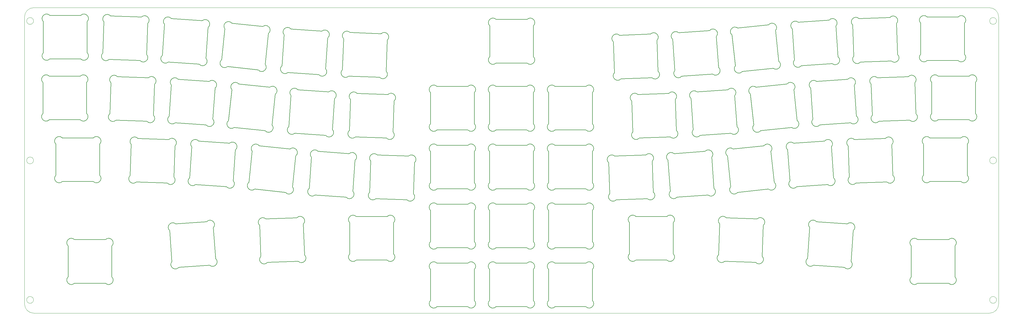
<source format=gbr>
G04 #@! TF.GenerationSoftware,KiCad,Pcbnew,7.0.9*
G04 #@! TF.CreationDate,2024-02-06T22:06:34+09:00*
G04 #@! TF.ProjectId,tijuana,74696a75-616e-4612-9e6b-696361645f70,rev?*
G04 #@! TF.SameCoordinates,Original*
G04 #@! TF.FileFunction,Profile,NP*
%FSLAX46Y46*%
G04 Gerber Fmt 4.6, Leading zero omitted, Abs format (unit mm)*
G04 Created by KiCad (PCBNEW 7.0.9) date 2024-02-06 22:06:34*
%MOMM*%
%LPD*%
G01*
G04 APERTURE LIST*
G04 #@! TA.AperFunction,Profile*
%ADD10C,0.100000*%
G04 #@! TD*
G04 #@! TA.AperFunction,Profile*
%ADD11C,0.010000*%
G04 #@! TD*
G04 #@! TA.AperFunction,Profile*
%ADD12C,0.150000*%
G04 #@! TD*
G04 APERTURE END LIST*
D10*
X328625000Y-20250000D02*
G75*
G03*
X325625000Y-17250000I-3000000J0D01*
G01*
X17275000Y-17250000D02*
G75*
G03*
X14275000Y-20250000I0J-3000000D01*
G01*
X14275000Y-113050000D02*
G75*
G03*
X17275000Y-116050000I3000000J0D01*
G01*
X325625000Y-17250000D02*
X17275000Y-17250000D01*
X328625000Y-113050000D02*
X328625000Y-20250000D01*
X17275000Y-116050000D02*
X325625000Y-116050000D01*
X14275000Y-20250000D02*
X14275000Y-113050000D01*
X325625000Y-116050000D02*
G75*
G03*
X328625000Y-113050000I0J3000000D01*
G01*
D11*
X17175000Y-21550000D02*
G75*
G03*
X17175000Y-21550000I-1100000J0D01*
G01*
X17175000Y-66650000D02*
G75*
G03*
X17175000Y-66650000I-1100000J0D01*
G01*
X17175000Y-111750000D02*
G75*
G03*
X17175000Y-111750000I-1100000J0D01*
G01*
X327925000Y-21550000D02*
G75*
G03*
X327925000Y-21550000I-1100000J0D01*
G01*
X327925000Y-66650000D02*
G75*
G03*
X327925000Y-66650000I-1100000J0D01*
G01*
X327925000Y-111750000D02*
G75*
G03*
X327925000Y-111750000I-1100000J0D01*
G01*
D12*
X28350000Y-104300000D02*
X28350000Y-94300000D01*
X30400000Y-92250000D02*
X40400000Y-92250000D01*
X40400000Y-106350000D02*
X30400000Y-106350000D01*
X42450000Y-94300000D02*
X42450000Y-104300000D01*
X30399999Y-92250001D02*
G75*
G03*
X28350001Y-94299999I-1024998J-1025000D01*
G01*
X28349998Y-104300001D02*
G75*
G03*
X30399997Y-106350000I1025001J-1024998D01*
G01*
X42450001Y-94299997D02*
G75*
G03*
X40400003Y-92249999I-1025001J1024997D01*
G01*
X40400003Y-106350001D02*
G75*
G03*
X42450001Y-104300003I1024997J1025001D01*
G01*
X164355943Y-111907157D02*
X164355943Y-101907157D01*
X166405943Y-99857157D02*
X176405943Y-99857157D01*
X176405943Y-113957157D02*
X166405943Y-113957157D01*
X178455943Y-101907157D02*
X178455943Y-111907157D01*
X166405942Y-99857158D02*
G75*
G03*
X164355944Y-101907156I-1024998J-1025000D01*
G01*
X164355941Y-111907158D02*
G75*
G03*
X166405940Y-113957157I1025001J-1024998D01*
G01*
X178455944Y-101907154D02*
G75*
G03*
X176405946Y-99857156I-1025001J1024997D01*
G01*
X176405946Y-113957158D02*
G75*
G03*
X178455944Y-111907160I1024997J1025001D01*
G01*
X58764526Y-32636415D02*
X59462091Y-22660775D01*
X61650098Y-20758769D02*
X71625738Y-21456334D01*
X70642172Y-35521987D02*
X60666532Y-34824422D01*
X73527744Y-23644341D02*
X72830179Y-33619981D01*
X61650097Y-20758770D02*
G75*
G03*
X59462092Y-22660775I-1094002J-951003D01*
G01*
X58764524Y-32636416D02*
G75*
G03*
X60666529Y-34824422I951004J-1094002D01*
G01*
X73527745Y-23644337D02*
G75*
G03*
X71625741Y-21456333I-951004J1094000D01*
G01*
X70642176Y-35521988D02*
G75*
G03*
X72830180Y-33619984I1094000J951004D01*
G01*
X106167220Y-75624418D02*
X106864785Y-65648778D01*
X109052792Y-63746772D02*
X119028432Y-64444337D01*
X118044866Y-78509990D02*
X108069226Y-77812425D01*
X120930438Y-66632344D02*
X120232873Y-76607984D01*
X109052791Y-63746773D02*
G75*
G03*
X106864786Y-65648778I-1094002J-951003D01*
G01*
X106167218Y-75624419D02*
G75*
G03*
X108069223Y-77812425I951004J-1094002D01*
G01*
X120930439Y-66632340D02*
G75*
G03*
X119028435Y-64444336I-951004J1094000D01*
G01*
X118044870Y-78509991D02*
G75*
G03*
X120232874Y-76607987I1094000J951004D01*
G01*
X287847603Y-52024288D02*
X287498608Y-42030379D01*
X289475815Y-39910084D02*
X299469724Y-39561089D01*
X299961807Y-53652500D02*
X289967898Y-54001495D01*
X301590019Y-41538296D02*
X301939014Y-51532205D01*
X289475814Y-39910085D02*
G75*
G03*
X287498608Y-42030378I-988601J-1060148D01*
G01*
X287847602Y-52024290D02*
G75*
G03*
X289967894Y-54001494I1060148J-988600D01*
G01*
X301590020Y-41538293D02*
G75*
G03*
X299469727Y-39561088I-1060149J988600D01*
G01*
X299961810Y-53652501D02*
G75*
G03*
X301939015Y-51532208I988600J1060149D01*
G01*
X20369885Y-31785378D02*
X20369885Y-21785378D01*
X22419885Y-19735378D02*
X32419885Y-19735378D01*
X32419885Y-33835378D02*
X22419885Y-33835378D01*
X34469885Y-21785378D02*
X34469885Y-31785378D01*
X22419884Y-19735379D02*
G75*
G03*
X20369886Y-21785377I-1024998J-1025000D01*
G01*
X20369883Y-31785379D02*
G75*
G03*
X22419882Y-33835378I1025001J-1024998D01*
G01*
X34469886Y-21785375D02*
G75*
G03*
X32419888Y-19735377I-1025001J1024997D01*
G01*
X32419888Y-33835379D02*
G75*
G03*
X34469886Y-31785381I1024997J1025001D01*
G01*
X230093174Y-56650895D02*
X229395609Y-46675255D01*
X231297615Y-44487248D02*
X241273255Y-43789683D01*
X242256821Y-57855336D02*
X232281181Y-58552901D01*
X243461262Y-45691689D02*
X244158827Y-55667329D01*
X231297615Y-44487248D02*
G75*
G03*
X229395609Y-46675255I-951002J-1094004D01*
G01*
X230093172Y-56650897D02*
G75*
G03*
X232281178Y-58552901I1094004J-951000D01*
G01*
X243461263Y-45691685D02*
G75*
G03*
X241273259Y-43789683I-1094004J950999D01*
G01*
X242256825Y-57855337D02*
G75*
G03*
X244158827Y-55667333I950999J1094004D01*
G01*
X99588190Y-55667329D02*
X100285755Y-45691689D01*
X102473762Y-43789683D02*
X112449402Y-44487248D01*
X111465836Y-58552901D02*
X101490196Y-57855336D01*
X114351408Y-46675255D02*
X113653843Y-56650895D01*
X102473761Y-43789684D02*
G75*
G03*
X100285756Y-45691689I-1094002J-951003D01*
G01*
X99588188Y-55667330D02*
G75*
G03*
X101490193Y-57855336I951004J-1094002D01*
G01*
X114351409Y-46675251D02*
G75*
G03*
X112449405Y-44487247I-951004J1094000D01*
G01*
X111465840Y-58552902D02*
G75*
G03*
X113653844Y-56650898I1094000J951004D01*
G01*
X266945477Y-98323961D02*
X267643042Y-88348321D01*
X269831049Y-86446315D02*
X279806689Y-87143880D01*
X278823123Y-101209533D02*
X268847483Y-100511968D01*
X281708695Y-89331887D02*
X281011130Y-99307527D01*
X269831048Y-86446314D02*
G75*
G03*
X267643043Y-88348319I-1094002J-951003D01*
G01*
X266945477Y-98323963D02*
G75*
G03*
X268847482Y-100511968I951003J-1094002D01*
G01*
X281708695Y-89331885D02*
G75*
G03*
X279806690Y-87143880I-951003J1094002D01*
G01*
X278823125Y-101209533D02*
G75*
G03*
X281011130Y-99307528I1094002J951003D01*
G01*
X61855542Y-99337527D02*
X61157977Y-89361887D01*
X63059983Y-87173880D02*
X73035623Y-86476315D01*
X74019189Y-100541968D02*
X64043549Y-101239533D01*
X75223630Y-88378321D02*
X75921195Y-98353961D01*
X63059983Y-87173877D02*
G75*
G03*
X61157977Y-89361885I-951002J-1094005D01*
G01*
X61855541Y-99337528D02*
G75*
G03*
X64043548Y-101239534I1094004J-951002D01*
G01*
X75223631Y-88378320D02*
G75*
G03*
X73035624Y-86476314I-1094004J951002D01*
G01*
X74019190Y-100541969D02*
G75*
G03*
X75921196Y-98353962I951002J1094004D01*
G01*
X307042285Y-51440000D02*
X307042285Y-41440000D01*
X309092285Y-39390000D02*
X319092285Y-39390000D01*
X319092285Y-53490000D02*
X309092285Y-53490000D01*
X321142285Y-41440000D02*
X321142285Y-51440000D01*
X309092284Y-39390001D02*
G75*
G03*
X307042286Y-41439999I-1024998J-1025000D01*
G01*
X307042283Y-51440001D02*
G75*
G03*
X309092282Y-53490000I1025001J-1024998D01*
G01*
X321142286Y-41439997D02*
G75*
G03*
X319092288Y-39389999I-1025001J1024997D01*
G01*
X319092288Y-53490001D02*
G75*
G03*
X321142286Y-51440003I1024997J1025001D01*
G01*
X164355943Y-54757157D02*
X164355943Y-44757157D01*
X166405943Y-42707157D02*
X176405943Y-42707157D01*
X176405943Y-56807157D02*
X166405943Y-56807157D01*
X178455943Y-44757157D02*
X178455943Y-54757157D01*
X166405942Y-42707158D02*
G75*
G03*
X164355944Y-44757156I-1024998J-1025000D01*
G01*
X164355941Y-54757158D02*
G75*
G03*
X166405940Y-56807157I1025001J-1024998D01*
G01*
X178455944Y-44757154D02*
G75*
G03*
X176405946Y-42707156I-1025001J1024997D01*
G01*
X176405946Y-56807158D02*
G75*
G03*
X178455944Y-54757160I1024997J1025001D01*
G01*
X48378626Y-71499294D02*
X48727621Y-61505385D01*
X50847916Y-59528178D02*
X60841825Y-59877173D01*
X60349742Y-73968584D02*
X50355833Y-73619589D01*
X62819032Y-61997468D02*
X62470037Y-71991377D01*
X50847915Y-59528178D02*
G75*
G03*
X48727622Y-61505384I-1060145J-988605D01*
G01*
X48378624Y-71499295D02*
G75*
G03*
X50355830Y-73619589I988605J-1060145D01*
G01*
X62819033Y-61997465D02*
G75*
G03*
X60841828Y-59877172I-988605J1060144D01*
G01*
X60349745Y-73968585D02*
G75*
G03*
X62470038Y-71991380I1060144J988605D01*
G01*
X41799596Y-51532205D02*
X42148591Y-41538296D01*
X44268886Y-39561089D02*
X54262795Y-39910084D01*
X53770712Y-54001495D02*
X43776803Y-53652500D01*
X56240002Y-42030379D02*
X55891007Y-52024288D01*
X44268885Y-39561089D02*
G75*
G03*
X42148592Y-41538295I-1060145J-988605D01*
G01*
X41799594Y-51532206D02*
G75*
G03*
X43776800Y-53652500I988605J-1060145D01*
G01*
X56240003Y-42030376D02*
G75*
G03*
X54262798Y-39910083I-988605J1060144D01*
G01*
X53770715Y-54001496D02*
G75*
G03*
X55891008Y-52024291I1060144J988605D01*
G01*
X119249586Y-96835330D02*
X119249586Y-86835330D01*
X121299586Y-84785330D02*
X131299586Y-84785330D01*
X131299586Y-98885330D02*
X121299586Y-98885330D01*
X133349586Y-86835330D02*
X133349586Y-96835330D01*
X121299585Y-84785329D02*
G75*
G03*
X119249587Y-86835327I-1024998J-1025000D01*
G01*
X119249586Y-96835332D02*
G75*
G03*
X121299584Y-98885330I1025000J-1024998D01*
G01*
X133349586Y-86835328D02*
G75*
G03*
X131299588Y-84785330I-1025000J1024998D01*
G01*
X131299588Y-98885330D02*
G75*
G03*
X133349586Y-96835332I1024998J1025000D01*
G01*
X77912113Y-34066062D02*
X78957398Y-24120843D01*
X81210451Y-22296356D02*
X91155670Y-23341641D01*
X89681819Y-37364400D02*
X79736600Y-36319115D01*
X92980157Y-25594694D02*
X91934872Y-35539913D01*
X81210450Y-22296357D02*
G75*
G03*
X78957398Y-24120843I-1126525J-912244D01*
G01*
X77912111Y-34066063D02*
G75*
G03*
X79736597Y-36319115I912245J-1126524D01*
G01*
X92980158Y-25594691D02*
G75*
G03*
X91155674Y-23341641I-912245J1126523D01*
G01*
X89681822Y-37364401D02*
G75*
G03*
X91934872Y-35539917I1126523J912245D01*
G01*
X204632772Y-38283374D02*
X204283777Y-28289465D01*
X206260984Y-26169170D02*
X216254893Y-25820175D01*
X216746976Y-39911586D02*
X206753067Y-40260581D01*
X218375188Y-27797382D02*
X218724183Y-37791291D01*
X206260983Y-26169171D02*
G75*
G03*
X204283777Y-28289464I-988601J-1060148D01*
G01*
X204632771Y-38283376D02*
G75*
G03*
X206753063Y-40260580I1060148J-988600D01*
G01*
X218375189Y-27797379D02*
G75*
G03*
X216254896Y-25820174I-1060149J988600D01*
G01*
X216746979Y-39911587D02*
G75*
G03*
X218724184Y-37791294I988600J1060149D01*
G01*
X119099562Y-56932205D02*
X119448557Y-46938296D01*
X121568852Y-44961089D02*
X131562761Y-45310084D01*
X131070678Y-59401495D02*
X121076769Y-59052500D01*
X133539968Y-47430379D02*
X133190973Y-57424288D01*
X121568851Y-44961089D02*
G75*
G03*
X119448558Y-46938295I-1060145J-988605D01*
G01*
X119099560Y-56932206D02*
G75*
G03*
X121076766Y-59052500I988605J-1060145D01*
G01*
X133539969Y-47430376D02*
G75*
G03*
X131562764Y-45310083I-988605J1060144D01*
G01*
X131070681Y-59401496D02*
G75*
G03*
X133190974Y-57424291I1060144J988605D01*
G01*
X164355943Y-92857157D02*
X164355943Y-82857157D01*
X166405943Y-80807157D02*
X176405943Y-80807157D01*
X176405943Y-94907157D02*
X166405943Y-94907157D01*
X178455943Y-82857157D02*
X178455943Y-92857157D01*
X166405942Y-80807158D02*
G75*
G03*
X164355944Y-82857156I-1024998J-1025000D01*
G01*
X164355941Y-92857158D02*
G75*
G03*
X166405940Y-94907157I1025001J-1024998D01*
G01*
X178455944Y-82857154D02*
G75*
G03*
X176405946Y-80807156I-1025001J1024997D01*
G01*
X176405946Y-94907158D02*
G75*
G03*
X178455944Y-92857160I1024997J1025001D01*
G01*
X222654743Y-76607984D02*
X221957178Y-66632344D01*
X223859184Y-64444337D02*
X233834824Y-63746772D01*
X234818390Y-77812425D02*
X224842750Y-78509990D01*
X236022831Y-65648778D02*
X236720396Y-75624418D01*
X223859184Y-64444337D02*
G75*
G03*
X221957178Y-66632344I-951002J-1094004D01*
G01*
X222654741Y-76607986D02*
G75*
G03*
X224842747Y-78509990I1094004J-951000D01*
G01*
X236022832Y-65648774D02*
G75*
G03*
X233834828Y-63746772I-1094004J950999D01*
G01*
X234818394Y-77812426D02*
G75*
G03*
X236720396Y-75624422I950999J1094004D01*
G01*
X203117579Y-77384315D02*
X202768584Y-67390406D01*
X204745791Y-65270111D02*
X214739700Y-64921116D01*
X215231783Y-79012527D02*
X205237874Y-79361522D01*
X216859995Y-66898323D02*
X217208990Y-76892232D01*
X204745790Y-65270112D02*
G75*
G03*
X202768584Y-67390405I-988601J-1060148D01*
G01*
X203117578Y-77384317D02*
G75*
G03*
X205237870Y-79361521I1060148J-988600D01*
G01*
X216859996Y-66898320D02*
G75*
G03*
X214739703Y-64921115I-1060149J988600D01*
G01*
X215231786Y-79012528D02*
G75*
G03*
X217208991Y-76892235I988600J1060149D01*
G01*
X125678626Y-76892232D02*
X126027621Y-66898323D01*
X128147916Y-64921116D02*
X138141825Y-65270111D01*
X137649742Y-79361522D02*
X127655833Y-79012527D01*
X140119032Y-67390406D02*
X139770037Y-77384315D01*
X128147915Y-64921116D02*
G75*
G03*
X126027622Y-66898322I-1060145J-988605D01*
G01*
X125678624Y-76892233D02*
G75*
G03*
X127655830Y-79012527I988605J-1060145D01*
G01*
X140119033Y-67390403D02*
G75*
G03*
X138141828Y-65270110I-988605J1060144D01*
G01*
X137649745Y-79361523D02*
G75*
G03*
X139770038Y-77384318I1060144J988605D01*
G01*
X183405943Y-54757157D02*
X183405943Y-44757157D01*
X185455943Y-42707157D02*
X195455943Y-42707157D01*
X195455943Y-56807157D02*
X185455943Y-56807157D01*
X197505943Y-44757157D02*
X197505943Y-54757157D01*
X185455942Y-42707158D02*
G75*
G03*
X183405944Y-44757156I-1024998J-1025000D01*
G01*
X183405941Y-54757158D02*
G75*
G03*
X185455940Y-56807157I1025001J-1024998D01*
G01*
X197505944Y-44757154D02*
G75*
G03*
X195455946Y-42707156I-1025001J1024997D01*
G01*
X195455946Y-56807158D02*
G75*
G03*
X197505944Y-54757160I1024997J1025001D01*
G01*
X249585822Y-55190827D02*
X248540537Y-45245608D01*
X250365024Y-42992555D02*
X260310243Y-41947270D01*
X261784094Y-55970029D02*
X251838875Y-57015314D01*
X262563296Y-43771757D02*
X263608581Y-53716976D01*
X250365024Y-42992555D02*
G75*
G03*
X248540537Y-45245608I-912242J-1126527D01*
G01*
X249585820Y-55190828D02*
G75*
G03*
X251838872Y-57015314I1126527J-912242D01*
G01*
X262563296Y-43771754D02*
G75*
G03*
X260310246Y-41947269I-1126527J912240D01*
G01*
X261784097Y-55970029D02*
G75*
G03*
X263608582Y-53716979I912240J1126527D01*
G01*
X268691336Y-53280895D02*
X267993771Y-43305255D01*
X269895777Y-41117248D02*
X279871417Y-40419683D01*
X280854983Y-54485336D02*
X270879343Y-55182901D01*
X282059424Y-42321689D02*
X282756989Y-52297329D01*
X269895777Y-41117248D02*
G75*
G03*
X267993771Y-43305255I-951002J-1094004D01*
G01*
X268691334Y-53280897D02*
G75*
G03*
X270879340Y-55182901I1094004J-951000D01*
G01*
X282059425Y-42321685D02*
G75*
G03*
X279871421Y-40419683I-1094004J950999D01*
G01*
X280854987Y-54485337D02*
G75*
G03*
X282756989Y-52297333I950999J1094004D01*
G01*
X145305943Y-54757157D02*
X145305943Y-44757157D01*
X147355943Y-42707157D02*
X157355943Y-42707157D01*
X157355943Y-56807157D02*
X147355943Y-56807157D01*
X159405943Y-44757157D02*
X159405943Y-54757157D01*
X147355942Y-42707158D02*
G75*
G03*
X145305944Y-44757156I-1024998J-1025000D01*
G01*
X145305941Y-54757158D02*
G75*
G03*
X147355940Y-56807157I1025001J-1024998D01*
G01*
X159405944Y-44757154D02*
G75*
G03*
X157355946Y-42707156I-1025001J1024997D01*
G01*
X157355946Y-56807158D02*
G75*
G03*
X159405944Y-54757160I1024997J1025001D01*
G01*
X280432579Y-71991377D02*
X280083584Y-61997468D01*
X282060791Y-59877173D02*
X292054700Y-59528178D01*
X292546783Y-73619589D02*
X282552874Y-73968584D01*
X294174995Y-61505385D02*
X294523990Y-71499294D01*
X282060790Y-59877174D02*
G75*
G03*
X280083584Y-61997467I-988601J-1060148D01*
G01*
X280432578Y-71991379D02*
G75*
G03*
X282552870Y-73968583I1060148J-988600D01*
G01*
X294174996Y-61505382D02*
G75*
G03*
X292054703Y-59528177I-1060149J988600D01*
G01*
X292546786Y-73619590D02*
G75*
G03*
X294523991Y-71499297I988600J1060149D01*
G01*
X67567220Y-72254418D02*
X68264785Y-62278778D01*
X70452792Y-60376772D02*
X80428432Y-61074337D01*
X79444866Y-75139990D02*
X69469226Y-74442425D01*
X82330438Y-63262344D02*
X81632873Y-73237984D01*
X70452791Y-60376773D02*
G75*
G03*
X68264786Y-62278778I-1094002J-951003D01*
G01*
X67567218Y-72254419D02*
G75*
G03*
X69469223Y-74442425I951004J-1094002D01*
G01*
X82330439Y-63262340D02*
G75*
G03*
X80428435Y-61074336I-951004J1094000D01*
G01*
X79444870Y-75139991D02*
G75*
G03*
X81632874Y-73237987I1094000J951004D01*
G01*
X183405943Y-73807157D02*
X183405943Y-63807157D01*
X185455943Y-61757157D02*
X195455943Y-61757157D01*
X195455943Y-75857157D02*
X185455943Y-75857157D01*
X197505943Y-63807157D02*
X197505943Y-73807157D01*
X185455942Y-61757158D02*
G75*
G03*
X183405944Y-63807156I-1024998J-1025000D01*
G01*
X183405941Y-73807158D02*
G75*
G03*
X185455940Y-75857157I1025001J-1024998D01*
G01*
X197505944Y-63807154D02*
G75*
G03*
X195455946Y-61757156I-1025001J1024997D01*
G01*
X195455946Y-75857158D02*
G75*
G03*
X197505944Y-73807160I1024997J1025001D01*
G01*
X243649268Y-36049913D02*
X242603983Y-26104694D01*
X244428470Y-23851641D02*
X254373689Y-22806356D01*
X255847540Y-36829115D02*
X245902321Y-37874400D01*
X256626742Y-24630843D02*
X257672027Y-34576062D01*
X244428470Y-23851641D02*
G75*
G03*
X242603983Y-26104694I-912242J-1126527D01*
G01*
X243649266Y-36049914D02*
G75*
G03*
X245902318Y-37874400I1126527J-912242D01*
G01*
X256626742Y-24630840D02*
G75*
G03*
X254373692Y-22806355I-1126527J912240D01*
G01*
X255847543Y-36829115D02*
G75*
G03*
X257672028Y-34576065I912240J1126527D01*
G01*
X304387943Y-71408381D02*
X304387943Y-61408381D01*
X306437943Y-59358381D02*
X316437943Y-59358381D01*
X316437943Y-73458381D02*
X306437943Y-73458381D01*
X318487943Y-61408381D02*
X318487943Y-71408381D01*
X306437942Y-59358380D02*
G75*
G03*
X304387944Y-61408378I-1024998J-1025000D01*
G01*
X304387943Y-71408383D02*
G75*
G03*
X306437941Y-73458381I1025000J-1024998D01*
G01*
X318487943Y-61408379D02*
G75*
G03*
X316437945Y-59358381I-1025000J1024998D01*
G01*
X316437945Y-73458381D02*
G75*
G03*
X318487943Y-71408383I1024998J1025000D01*
G01*
X116885932Y-37281291D02*
X117234927Y-27287382D01*
X119355222Y-25310175D02*
X129349131Y-25659170D01*
X128857048Y-39750581D02*
X118863139Y-39401586D01*
X131326338Y-27779465D02*
X130977343Y-37773374D01*
X119355221Y-25310175D02*
G75*
G03*
X117234928Y-27287381I-1060145J-988605D01*
G01*
X116885930Y-37281292D02*
G75*
G03*
X118863136Y-39401586I988605J-1060145D01*
G01*
X131326339Y-27779462D02*
G75*
G03*
X129349134Y-25659169I-988605J1060144D01*
G01*
X128857051Y-39750582D02*
G75*
G03*
X130977344Y-37773377I1060144J988605D01*
G01*
X20215943Y-51451292D02*
X20215943Y-41451292D01*
X22265943Y-39401292D02*
X32265943Y-39401292D01*
X32265943Y-53501292D02*
X22265943Y-53501292D01*
X34315943Y-41451292D02*
X34315943Y-51451292D01*
X22265942Y-39401291D02*
G75*
G03*
X20215944Y-41451289I-1024998J-1025000D01*
G01*
X20215943Y-51451294D02*
G75*
G03*
X22265941Y-53501292I1025000J-1024998D01*
G01*
X34315943Y-41451290D02*
G75*
G03*
X32265945Y-39401292I-1025000J1024998D01*
G01*
X32265945Y-53501292D02*
G75*
G03*
X34315943Y-51451294I1024998J1025000D01*
G01*
X90528378Y-97670920D02*
X90179383Y-87677011D01*
X92156590Y-85556716D02*
X102150499Y-85207721D01*
X102642582Y-99299132D02*
X92648673Y-99648127D01*
X104270794Y-87184928D02*
X104619789Y-97178837D01*
X92156589Y-85556715D02*
G75*
G03*
X90179383Y-87677008I-988601J-1060148D01*
G01*
X90528378Y-97670922D02*
G75*
G03*
X92648671Y-99648128I1060148J-988601D01*
G01*
X104270794Y-87184926D02*
G75*
G03*
X102150501Y-85207720I-1060148J988601D01*
G01*
X102642584Y-99299132D02*
G75*
G03*
X104619790Y-97178839I988601J1060148D01*
G01*
X80135777Y-53716976D02*
X81181062Y-43771757D01*
X83434115Y-41947270D02*
X93379334Y-42992555D01*
X91905483Y-57015314D02*
X81960264Y-55970029D01*
X95203821Y-45245608D02*
X94158536Y-55190827D01*
X83434114Y-41947271D02*
G75*
G03*
X81181062Y-43771757I-1126525J-912244D01*
G01*
X80135775Y-53716977D02*
G75*
G03*
X81960261Y-55970029I912245J-1126524D01*
G01*
X95203822Y-45245605D02*
G75*
G03*
X93379338Y-42992555I-912245J1126523D01*
G01*
X91905486Y-57015315D02*
G75*
G03*
X94158536Y-55190831I1126523J912245D01*
G01*
X86714807Y-73674065D02*
X87760092Y-63728846D01*
X90013145Y-61904359D02*
X99958364Y-62949644D01*
X98484513Y-76972403D02*
X88539294Y-75927118D01*
X101782851Y-65202697D02*
X100737566Y-75147916D01*
X90013144Y-61904360D02*
G75*
G03*
X87760092Y-63728846I-1126525J-912244D01*
G01*
X86714805Y-73674066D02*
G75*
G03*
X88539291Y-75927118I912245J-1126524D01*
G01*
X101782852Y-65202694D02*
G75*
G03*
X99958368Y-62949644I-912245J1126523D01*
G01*
X98484516Y-76972404D02*
G75*
G03*
X100737566Y-75147920I1126523J912245D01*
G01*
X224158498Y-37509981D02*
X223460933Y-27534341D01*
X225362939Y-25346334D02*
X235338579Y-24648769D01*
X236322145Y-38714422D02*
X226346505Y-39411987D01*
X237526586Y-26550775D02*
X238224151Y-36526415D01*
X225362939Y-25346334D02*
G75*
G03*
X223460933Y-27534341I-951002J-1094004D01*
G01*
X224158496Y-37509983D02*
G75*
G03*
X226346502Y-39411987I1094004J-951000D01*
G01*
X237526587Y-26550771D02*
G75*
G03*
X235338583Y-24648769I-1094004J950999D01*
G01*
X236322149Y-38714423D02*
G75*
G03*
X238224151Y-36526419I950999J1094004D01*
G01*
X183405943Y-92857157D02*
X183405943Y-82857157D01*
X185455943Y-80807157D02*
X195455943Y-80807157D01*
X195455943Y-94907157D02*
X185455943Y-94907157D01*
X197505943Y-82857157D02*
X197505943Y-92857157D01*
X185455942Y-80807158D02*
G75*
G03*
X183405944Y-82857156I-1024998J-1025000D01*
G01*
X183405941Y-92857158D02*
G75*
G03*
X185455940Y-94907157I1025001J-1024998D01*
G01*
X197505944Y-82857154D02*
G75*
G03*
X195455946Y-80807156I-1025001J1024997D01*
G01*
X195455946Y-94907158D02*
G75*
G03*
X197505944Y-92857160I1024997J1025001D01*
G01*
X24415943Y-71408381D02*
X24415943Y-61408381D01*
X26465943Y-59358381D02*
X36465943Y-59358381D01*
X36465943Y-73458381D02*
X26465943Y-73458381D01*
X38515943Y-61408381D02*
X38515943Y-71408381D01*
X26465942Y-59358380D02*
G75*
G03*
X24415944Y-61408378I-1024998J-1025000D01*
G01*
X24415943Y-71408383D02*
G75*
G03*
X26465941Y-73458381I1025000J-1024998D01*
G01*
X38515943Y-61408379D02*
G75*
G03*
X36465945Y-59358381I-1025000J1024998D01*
G01*
X36465945Y-73458381D02*
G75*
G03*
X38515943Y-71408383I1024998J1025000D01*
G01*
X238236883Y-97152837D02*
X238585878Y-87158928D01*
X240706173Y-85181721D02*
X250700082Y-85530716D01*
X250207999Y-99622127D02*
X240214090Y-99273132D01*
X252677289Y-87651011D02*
X252328294Y-97644920D01*
X240706172Y-85181719D02*
G75*
G03*
X238585879Y-87158925I-1060145J-988605D01*
G01*
X238236882Y-97152839D02*
G75*
G03*
X240214088Y-99273132I988605J-1060145D01*
G01*
X252677290Y-87651009D02*
G75*
G03*
X250700084Y-85530716I-988605J1060145D01*
G01*
X250208001Y-99622128D02*
G75*
G03*
X252328294Y-97644922I1060145J988605D01*
G01*
X242150050Y-75147916D02*
X241104765Y-65202697D01*
X242929252Y-62949644D02*
X252874471Y-61904359D01*
X254348322Y-75927118D02*
X244403103Y-76972403D01*
X255127524Y-63728846D02*
X256172809Y-73674065D01*
X242929252Y-62949644D02*
G75*
G03*
X241104765Y-65202697I-912242J-1126527D01*
G01*
X242150048Y-75147917D02*
G75*
G03*
X244403100Y-76972403I1126527J-912242D01*
G01*
X255127524Y-63728843D02*
G75*
G03*
X252874474Y-61904358I-1126527J912240D01*
G01*
X254348325Y-75927118D02*
G75*
G03*
X256172810Y-73674068I912240J1126527D01*
G01*
X281907118Y-32877374D02*
X281558123Y-22883465D01*
X283535330Y-20763170D02*
X293529239Y-20414175D01*
X294021322Y-34505586D02*
X284027413Y-34854581D01*
X295649534Y-22391382D02*
X295998529Y-32385291D01*
X283535329Y-20763171D02*
G75*
G03*
X281558123Y-22883464I-988601J-1060148D01*
G01*
X281907117Y-32877376D02*
G75*
G03*
X284027409Y-34854580I1060148J-988600D01*
G01*
X295649535Y-22391379D02*
G75*
G03*
X293529242Y-20414174I-1060149J988600D01*
G01*
X294021325Y-34505587D02*
G75*
G03*
X295998530Y-32385294I988600J1060149D01*
G01*
X210552527Y-57424288D02*
X210203532Y-47430379D01*
X212180739Y-45310084D02*
X222174648Y-44961089D01*
X222666731Y-59052500D02*
X212672822Y-59401495D01*
X224294943Y-46938296D02*
X224643938Y-56932205D01*
X212180738Y-45310085D02*
G75*
G03*
X210203532Y-47430378I-988601J-1060148D01*
G01*
X210552526Y-57424290D02*
G75*
G03*
X212672818Y-59401494I1060148J-988600D01*
G01*
X224294944Y-46938293D02*
G75*
G03*
X222174651Y-44961088I-1060149J988600D01*
G01*
X222666734Y-59052501D02*
G75*
G03*
X224643939Y-56932208I988600J1060149D01*
G01*
X262752505Y-34129981D02*
X262054940Y-24154341D01*
X263956946Y-21966334D02*
X273932586Y-21268769D01*
X274916152Y-35334422D02*
X264940512Y-36031987D01*
X276120593Y-23170775D02*
X276818158Y-33146415D01*
X263956946Y-21966334D02*
G75*
G03*
X262054940Y-24154341I-951002J-1094004D01*
G01*
X262752503Y-34129983D02*
G75*
G03*
X264940509Y-36031987I1094004J-951000D01*
G01*
X276120594Y-23170771D02*
G75*
G03*
X273932590Y-21268769I-1094004J950999D01*
G01*
X274916156Y-35334423D02*
G75*
G03*
X276818158Y-33146419I950999J1094004D01*
G01*
X209507086Y-96815969D02*
X209507086Y-86815969D01*
X211557086Y-84765969D02*
X221557086Y-84765969D01*
X221557086Y-98865969D02*
X211557086Y-98865969D01*
X223607086Y-86815969D02*
X223607086Y-96815969D01*
X211557085Y-84765968D02*
G75*
G03*
X209507087Y-86815966I-1024998J-1025000D01*
G01*
X209507086Y-96815971D02*
G75*
G03*
X211557084Y-98865969I1025000J-1024998D01*
G01*
X223607086Y-86815967D02*
G75*
G03*
X221557088Y-84765969I-1025000J1024998D01*
G01*
X221557088Y-98865969D02*
G75*
G03*
X223607086Y-96815971I1024998J1025000D01*
G01*
X261264743Y-73237984D02*
X260567178Y-63262344D01*
X262469184Y-61074337D02*
X272444824Y-60376772D01*
X273428390Y-74442425D02*
X263452750Y-75139990D01*
X274632831Y-62278778D02*
X275330396Y-72254418D01*
X262469184Y-61074337D02*
G75*
G03*
X260567178Y-63262344I-951002J-1094004D01*
G01*
X261264741Y-73237986D02*
G75*
G03*
X263452747Y-75139990I1094004J-951000D01*
G01*
X274632832Y-62278774D02*
G75*
G03*
X272444828Y-60376772I-1094004J950999D01*
G01*
X273428394Y-74442426D02*
G75*
G03*
X275330396Y-72254422I950999J1094004D01*
G01*
X60988190Y-52297329D02*
X61685755Y-42321689D01*
X63873762Y-40419683D02*
X73849402Y-41117248D01*
X72865836Y-55182901D02*
X62890196Y-54485336D01*
X75751408Y-43305255D02*
X75053843Y-53280895D01*
X63873761Y-40419684D02*
G75*
G03*
X61685756Y-42321689I-1094002J-951003D01*
G01*
X60988188Y-52297330D02*
G75*
G03*
X62890193Y-54485336I951004J-1094002D01*
G01*
X75751409Y-43305251D02*
G75*
G03*
X73849405Y-41117247I-951004J1094000D01*
G01*
X72865840Y-55182902D02*
G75*
G03*
X75053844Y-53280898I1094000J951004D01*
G01*
X145305943Y-92857157D02*
X145305943Y-82857157D01*
X147355943Y-80807157D02*
X157355943Y-80807157D01*
X157355943Y-94907157D02*
X147355943Y-94907157D01*
X159405943Y-82857157D02*
X159405943Y-92857157D01*
X147355942Y-80807158D02*
G75*
G03*
X145305944Y-82857156I-1024998J-1025000D01*
G01*
X145305941Y-92857158D02*
G75*
G03*
X147355940Y-94907157I1025001J-1024998D01*
G01*
X159405944Y-82857154D02*
G75*
G03*
X157355946Y-80807156I-1025001J1024997D01*
G01*
X157355946Y-94907158D02*
G75*
G03*
X159405944Y-92857160I1024997J1025001D01*
G01*
X164355943Y-73807157D02*
X164355943Y-63807157D01*
X166405943Y-61757157D02*
X176405943Y-61757157D01*
X176405943Y-75857157D02*
X166405943Y-75857157D01*
X178455943Y-63807157D02*
X178455943Y-73807157D01*
X166405942Y-61757158D02*
G75*
G03*
X164355944Y-63807156I-1024998J-1025000D01*
G01*
X164355941Y-73807158D02*
G75*
G03*
X166405940Y-75857157I1025001J-1024998D01*
G01*
X178455944Y-63807154D02*
G75*
G03*
X176405946Y-61757156I-1025001J1024997D01*
G01*
X176405946Y-75857158D02*
G75*
G03*
X178455944Y-73807160I1024997J1025001D01*
G01*
X97374526Y-36016415D02*
X98072091Y-26040775D01*
X100260098Y-24138769D02*
X110235738Y-24836334D01*
X109252172Y-38901987D02*
X99276532Y-38204422D01*
X112137744Y-27024341D02*
X111440179Y-36999981D01*
X100260097Y-24138770D02*
G75*
G03*
X98072092Y-26040775I-1094002J-951003D01*
G01*
X97374524Y-36016416D02*
G75*
G03*
X99276529Y-38204422I951004J-1094002D01*
G01*
X112137745Y-27024337D02*
G75*
G03*
X110235741Y-24836333I-951004J1094000D01*
G01*
X109252176Y-38901988D02*
G75*
G03*
X111440180Y-36999984I1094000J951004D01*
G01*
X145305943Y-73807157D02*
X145305943Y-63807157D01*
X147355943Y-61757157D02*
X157355943Y-61757157D01*
X157355943Y-75857157D02*
X147355943Y-75857157D01*
X159405943Y-63807157D02*
X159405943Y-73807157D01*
X147355942Y-61757158D02*
G75*
G03*
X145305944Y-63807156I-1024998J-1025000D01*
G01*
X145305941Y-73807158D02*
G75*
G03*
X147355940Y-75857157I1025001J-1024998D01*
G01*
X159405944Y-63807154D02*
G75*
G03*
X157355946Y-61757156I-1025001J1024997D01*
G01*
X157355946Y-75857158D02*
G75*
G03*
X159405944Y-73807160I1024997J1025001D01*
G01*
X300425618Y-104300000D02*
X300425618Y-94300000D01*
X302475618Y-92250000D02*
X312475618Y-92250000D01*
X312475618Y-106350000D02*
X302475618Y-106350000D01*
X314525618Y-94300000D02*
X314525618Y-104300000D01*
X302475617Y-92250001D02*
G75*
G03*
X300425619Y-94299999I-1024998J-1025000D01*
G01*
X300425616Y-104300001D02*
G75*
G03*
X302475615Y-106350000I1025001J-1024998D01*
G01*
X314525619Y-94299997D02*
G75*
G03*
X312475621Y-92249999I-1025001J1024997D01*
G01*
X312475621Y-106350001D02*
G75*
G03*
X314525619Y-104300003I1024997J1025001D01*
G01*
X164400000Y-33100000D02*
X164400000Y-23100000D01*
X166450000Y-21050000D02*
X176450000Y-21050000D01*
X176450000Y-35150000D02*
X166450000Y-35150000D01*
X178500000Y-23100000D02*
X178500000Y-33100000D01*
X166449999Y-21050001D02*
G75*
G03*
X164400001Y-23099999I-1024998J-1025000D01*
G01*
X164399998Y-33100001D02*
G75*
G03*
X166449997Y-35150000I1025001J-1024998D01*
G01*
X178500001Y-23099997D02*
G75*
G03*
X176450003Y-21049999I-1025001J1024997D01*
G01*
X176450003Y-35150001D02*
G75*
G03*
X178500001Y-33100003I1024997J1025001D01*
G01*
X303482694Y-32295378D02*
X303482694Y-22295378D01*
X305532694Y-20245378D02*
X315532694Y-20245378D01*
X315532694Y-34345378D02*
X305532694Y-34345378D01*
X317582694Y-22295378D02*
X317582694Y-32295378D01*
X305532693Y-20245377D02*
G75*
G03*
X303482695Y-22295375I-1024998J-1025000D01*
G01*
X303482694Y-32295380D02*
G75*
G03*
X305532692Y-34345378I1025000J-1024998D01*
G01*
X317582694Y-22295376D02*
G75*
G03*
X315532696Y-20245378I-1025000J1024998D01*
G01*
X315532696Y-34345378D02*
G75*
G03*
X317582694Y-32295380I1024998J1025000D01*
G01*
X39573932Y-31875291D02*
X39922927Y-21881382D01*
X42043222Y-19904175D02*
X52037131Y-20253170D01*
X51545048Y-34344581D02*
X41551139Y-33995586D01*
X54014338Y-22373465D02*
X53665343Y-32367374D01*
X42043221Y-19904175D02*
G75*
G03*
X39922928Y-21881381I-1060145J-988605D01*
G01*
X39573930Y-31875292D02*
G75*
G03*
X41551136Y-33995586I988605J-1060145D01*
G01*
X54014339Y-22373462D02*
G75*
G03*
X52037134Y-20253169I-988605J1060144D01*
G01*
X51545051Y-34344582D02*
G75*
G03*
X53665344Y-32367377I1060144J988605D01*
G01*
X145305943Y-111907157D02*
X145305943Y-101907157D01*
X147355943Y-99857157D02*
X157355943Y-99857157D01*
X157355943Y-113957157D02*
X147355943Y-113957157D01*
X159405943Y-101907157D02*
X159405943Y-111907157D01*
X147355942Y-99857158D02*
G75*
G03*
X145305944Y-101907156I-1024998J-1025000D01*
G01*
X145305941Y-111907158D02*
G75*
G03*
X147355940Y-113957157I1025001J-1024998D01*
G01*
X159405944Y-101907154D02*
G75*
G03*
X157355946Y-99857156I-1025001J1024997D01*
G01*
X157355946Y-113957158D02*
G75*
G03*
X159405944Y-111907160I1024997J1025001D01*
G01*
X183405943Y-111907157D02*
X183405943Y-101907157D01*
X185455943Y-99857157D02*
X195455943Y-99857157D01*
X195455943Y-113957157D02*
X185455943Y-113957157D01*
X197505943Y-101907157D02*
X197505943Y-111907157D01*
X185455942Y-99857158D02*
G75*
G03*
X183405944Y-101907156I-1024998J-1025000D01*
G01*
X183405941Y-111907158D02*
G75*
G03*
X185455940Y-113957157I1025001J-1024998D01*
G01*
X197505944Y-101907154D02*
G75*
G03*
X195455946Y-99857156I-1025001J1024997D01*
G01*
X195455946Y-113957158D02*
G75*
G03*
X197505944Y-111907160I1024997J1025001D01*
G01*
M02*

</source>
